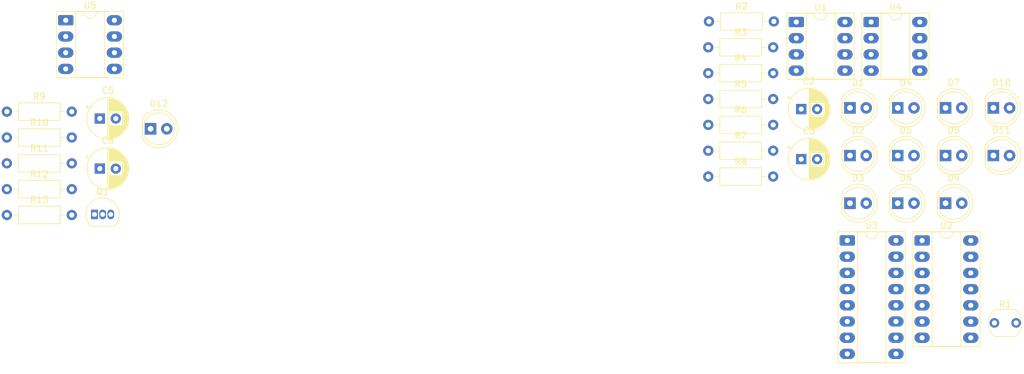
<source format=kicad_pcb>
(kicad_pcb (version 20241229) (generator "pcbnew") (generator_version "9.0")
  (layers (0 "F.Cu" signal) (2 "B.Cu" signal) (13 "F.Paste" user) (15 "B.Paste" user) (5 "F.SilkS" user "F.Silkscreen") (7 "B.SilkS" user "B.Silkscreen") (1 "F.Mask" user) (3 "B.Mask" user) (25 "Edge.Cuts" user))
  (net 0 "")
  (net 1 "Net-(U1-CV)")
  (net 2 "GND")
  (net 3 "Net-(U1-DIS)")
  (net 4 "Net-(U4-THR)")
  (net 5 "Net-(U4-CV)")
  (net 6 "Net-(MK1-+)")
  (net 7 "Net-(Q1-B)")
  (net 8 "Net-(U5-DIS)")
  (net 9 "Net-(U5-CV)")
  (net 10 "Net-(D1-A)")
  (net 11 "Net-(D2-A)")
  (net 12 "Net-(D10-K)")
  (net 13 "Net-(D3-A)")
  (net 14 "Net-(D4-A)")
  (net 15 "Net-(D5-A)")
  (net 16 "Net-(D6-A)")
  (net 17 "Net-(D7-A)")
  (net 18 "Net-(D8-A)")
  (net 19 "Net-(D9-A)")
  (net 20 "Net-(D10-A)")
  (net 21 "Net-(D11-A)")
  (net 22 "Net-(D12-A)")
  (net 23 "Net-(Q1-C)")
  (net 24 "Net-(U2A-+)")
  (net 25 "+9V")
  (net 26 "Net-(U1-TR)")
  (net 27 "Net-(U4-DIS)")
  (net 28 "Net-(U3-CKEN)")
  (net 29 "Net-(U5-Q)")
  (net 30 "Net-(U1-Q)")
  (net 31 "Net-(U2A--)")
  (net 33 "Net-(U3-CLK)")
  (footprint "LED_THT:LED_D5.0mm" (layer "F.Cu") (at 163.97 37.8)
    (property "Reference" "D4" (at 1.27 -3.96 0) (layer "F.SilkS"))
    (property "Value" "LED")
    (pad "1" thru_hole rect (at 0 0) (size 1.8 1.8) (drill 0.9) (layers "*.Cu" "*.Mask") (net 12 "Net-(D10-K)"))
    (pad "2" thru_hole circle (at 2.54 0) (size 1.8 1.8) (drill 0.9) (layers "*.Cu" "*.Mask") (net 14 "Net-(D4-A)"))
  )
  (footprint "LED_THT:LED_D5.0mm" (layer "F.Cu") (at 47.02 41.08)
    (property "Reference" "D12" (at 1.27 -3.96 0) (layer "F.SilkS"))
    (property "Value" "LED")
    (pad "1" thru_hole rect (at 0 0) (size 1.8 1.8) (drill 0.9) (layers "*.Cu" "*.Mask") (net 2 "GND"))
    (pad "2" thru_hole circle (at 2.54 0) (size 1.8 1.8) (drill 0.9) (layers "*.Cu" "*.Mask") (net 22 "Net-(D12-A)"))
  )
  (footprint "Resistor_THT:R_Axial_DIN0207_L6.3mm_D2.5mm_P10.16mm_Horizontal" (layer "F.Cu") (at 134.31 32.36)
    (property "Reference" "R4" (at 5.08 -2.37 0) (layer "F.SilkS"))
    (property "Value" "10k")
    (pad "1" thru_hole circle (at 0 0) (size 1.6 1.6) (drill 0.8) (layers "*.Cu" "*.Mask") (net 25 "+9V"))
    (pad "2" thru_hole oval (at 10.16 0) (size 1.6 1.6) (drill 0.8) (layers "*.Cu" "*.Mask") (net 3 "Net-(U1-DIS)"))
  )
  (footprint "Resistor_THT:R_Axial_DIN0207_L6.3mm_D2.5mm_P10.16mm_Horizontal" (layer "F.Cu") (at 24.53 38.39)
    (property "Reference" "R9" (at 5.08 -2.37 0) (layer "F.SilkS"))
    (property "Value" "10k")
    (pad "1" thru_hole circle (at 0 0) (size 1.6 1.6) (drill 0.8) (layers "*.Cu" "*.Mask") (net 25 "+9V"))
    (pad "2" thru_hole oval (at 10.16 0) (size 1.6 1.6) (drill 0.8) (layers "*.Cu" "*.Mask") (net 6 "Net-(MK1-+)"))
  )
  (footprint "Package_DIP:DIP-8_W7.62mm_Socket_LongPads" (layer "F.Cu") (at 159.8 24.34)
    (property "Reference" "U4" (at 3.81 -2.33 0) (layer "F.SilkS"))
    (property "Value" "555")
    (pad "1" thru_hole roundrect (at 0 0) (size 2.4 1.6) (drill 0.8) (layers "*.Cu" "*.Mask") (roundrect_rratio 0.15625) (net 2 "GND"))
    (pad "2" thru_hole oval (at 0 2.54) (size 2.4 1.6) (drill 0.8) (layers "*.Cu" "*.Mask") (net 4 "Net-(U4-THR)"))
    (pad "3" thru_hole oval (at 0 5.08) (size 2.4 1.6) (drill 0.8) (layers "*.Cu" "*.Mask") (net 33 "Net-(U3-CLK)"))
    (pad "4" thru_hole oval (at 0 7.62) (size 2.4 1.6) (drill 0.8) (layers "*.Cu" "*.Mask") (net 30 "Net-(U1-Q)"))
    (pad "5" thru_hole oval (at 7.62 7.62) (size 2.4 1.6) (drill 0.8) (layers "*.Cu" "*.Mask") (net 5 "Net-(U4-CV)"))
    (pad "6" thru_hole oval (at 7.62 5.08) (size 2.4 1.6) (drill 0.8) (layers "*.Cu" "*.Mask") (net 4 "Net-(U4-THR)"))
    (pad "7" thru_hole oval (at 7.62 2.54) (size 2.4 1.6) (drill 0.8) (layers "*.Cu" "*.Mask") (net 27 "Net-(U4-DIS)"))
    (pad "8" thru_hole oval (at 7.62 0) (size 2.4 1.6) (drill 0.8) (layers "*.Cu" "*.Mask") (net 25 "+9V"))
  )
  (footprint "OptoDevice:R_LDR_5.1x4.3mm_P3.4mm_Vertical" (layer "F.Cu") (at 179.1 71.5)
    (property "Reference" "R1" (at 1.7 -2.9 0) (layer "F.SilkS"))
    (property "Value" "R_Photo")
    (pad "1" thru_hole circle (at 0 0) (size 1.5 1.5) (drill 0.8) (layers "*.Cu" "*.Mask") (net 25 "+9V"))
    (pad "2" thru_hole circle (at 3.4 0) (size 1.5 1.5) (drill 0.8) (layers "*.Cu" "*.Mask") (net 24 "Net-(U2A-+)"))
  )
  (footprint "Resistor_THT:R_Axial_DIN0207_L6.3mm_D2.5mm_P10.16mm_Horizontal" (layer "F.Cu") (at 134.31 40.46)
    (property "Reference" "R6" (at 5.08 -2.37 0) (layer "F.SilkS"))
    (property "Value" "10k")
    (pad "1" thru_hole circle (at 0 0) (size 1.6 1.6) (drill 0.8) (layers "*.Cu" "*.Mask") (net 27 "Net-(U4-DIS)"))
    (pad "2" thru_hole oval (at 10.16 0) (size 1.6 1.6) (drill 0.8) (layers "*.Cu" "*.Mask") (net 4 "Net-(U4-THR)"))
  )
  (footprint "Resistor_THT:R_Axial_DIN0207_L6.3mm_D2.5mm_P10.16mm_Horizontal" (layer "F.Cu") (at 24.53 46.49)
    (property "Reference" "R11" (at 5.08 -2.37 0) (layer "F.SilkS"))
    (property "Value" "10k")
    (pad "1" thru_hole circle (at 0 0) (size 1.6 1.6) (drill 0.8) (layers "*.Cu" "*.Mask") (net 25 "+9V"))
    (pad "2" thru_hole oval (at 10.16 0) (size 1.6 1.6) (drill 0.8) (layers "*.Cu" "*.Mask") (net 23 "Net-(Q1-C)"))
  )
  (footprint "LED_THT:LED_D5.0mm" (layer "F.Cu") (at 156.49 37.8)
    (property "Reference" "D1" (at 1.27 -3.96 0) (layer "F.SilkS"))
    (property "Value" "LED")
    (pad "1" thru_hole rect (at 0 0) (size 1.8 1.8) (drill 0.9) (layers "*.Cu" "*.Mask") (net 2 "GND"))
    (pad "2" thru_hole circle (at 2.54 0) (size 1.8 1.8) (drill 0.9) (layers "*.Cu" "*.Mask") (net 10 "Net-(D1-A)"))
  )
  (footprint "Resistor_THT:R_Axial_DIN0207_L6.3mm_D2.5mm_P10.16mm_Horizontal" (layer "F.Cu") (at 24.53 54.59)
    (property "Reference" "R13" (at 5.08 -2.37 0) (layer "F.SilkS"))
    (property "Value" "1k")
    (pad "1" thru_hole circle (at 0 0) (size 1.6 1.6) (drill 0.8) (layers "*.Cu" "*.Mask") (net 29 "Net-(U5-Q)"))
    (pad "2" thru_hole oval (at 10.16 0) (size 1.6 1.6) (drill 0.8) (layers "*.Cu" "*.Mask") (net 22 "Net-(D12-A)"))
  )
  (footprint "LED_THT:LED_D5.0mm" (layer "F.Cu") (at 156.49 52.74)
    (property "Reference" "D3" (at 1.27 -3.96 0) (layer "F.SilkS"))
    (property "Value" "LED")
    (pad "1" thru_hole rect (at 0 0) (size 1.8 1.8) (drill 0.9) (layers "*.Cu" "*.Mask") (net 12 "Net-(D10-K)"))
    (pad "2" thru_hole circle (at 2.54 0) (size 1.8 1.8) (drill 0.9) (layers "*.Cu" "*.Mask") (net 13 "Net-(D3-A)"))
  )
  (footprint "Capacitor_THT:CP_Radial_D6.3mm_P2.50mm" (layer "F.Cu") (at 39.075241 39.47)
    (property "Reference" "C5" (at 1.25 -4.4 0) (layer "F.SilkS"))
    (property "Value" "1u")
    (pad "1" thru_hole rect (at 0 0) (size 1.6 1.6) (drill 0.8) (layers "*.Cu" "*.Mask") (net 6 "Net-(MK1-+)"))
    (pad "2" thru_hole circle (at 2.5 0) (size 1.6 1.6) (drill 0.8) (layers "*.Cu" "*.Mask") (net 7 "Net-(Q1-B)"))
  )
  (footprint "Package_DIP:DIP-8_W7.62mm_Socket_LongPads" (layer "F.Cu") (at 148.09 24.34)
    (property "Reference" "U1" (at 3.81 -2.33 0) (layer "F.SilkS"))
    (property "Value" "555")
    (pad "1" thru_hole roundrect (at 0 0) (size 2.4 1.6) (drill 0.8) (layers "*.Cu" "*.Mask") (roundrect_rratio 0.15625) (net 2 "GND"))
    (pad "2" thru_hole oval (at 0 2.54) (size 2.4 1.6) (drill 0.8) (layers "*.Cu" "*.Mask") (net 26 "Net-(U1-TR)"))
    (pad "3" thru_hole oval (at 0 5.08) (size 2.4 1.6) (drill 0.8) (layers "*.Cu" "*.Mask") (net 30 "Net-(U1-Q)"))
    (pad "4" thru_hole oval (at 0 7.62) (size 2.4 1.6) (drill 0.8) (layers "*.Cu" "*.Mask") (net 25 "+9V"))
    (pad "5" thru_hole oval (at 7.62 7.62) (size 2.4 1.6) (drill 0.8) (layers "*.Cu" "*.Mask") (net 1 "Net-(U1-CV)"))
    (pad "6" thru_hole oval (at 7.62 5.08) (size 2.4 1.6) (drill 0.8) (layers "*.Cu" "*.Mask") (net 3 "Net-(U1-DIS)"))
    (pad "7" thru_hole oval (at 7.62 2.54) (size 2.4 1.6) (drill 0.8) (layers "*.Cu" "*.Mask") (net 3 "Net-(U1-DIS)"))
    (pad "8" thru_hole oval (at 7.62 0) (size 2.4 1.6) (drill 0.8) (layers "*.Cu" "*.Mask") (net 25 "+9V"))
  )
  (footprint "LED_THT:LED_D5.0mm" (layer "F.Cu") (at 171.45 45.27)
    (property "Reference" "D8" (at 1.27 -3.96 0) (layer "F.SilkS"))
    (property "Value" "LED")
    (pad "1" thru_hole rect (at 0 0) (size 1.8 1.8) (drill 0.9) (layers "*.Cu" "*.Mask") (net 12 "Net-(D10-K)"))
    (pad "2" thru_hole circle (at 2.54 0) (size 1.8 1.8) (drill 0.9) (layers "*.Cu" "*.Mask") (net 18 "Net-(D8-A)"))
  )
  (footprint "Resistor_THT:R_Axial_DIN0207_L6.3mm_D2.5mm_P10.16mm_Horizontal" (layer "F.Cu") (at 134.31 36.41)
    (property "Reference" "R5" (at 5.08 -2.37 0) (layer "F.SilkS"))
    (property "Value" "10k")
    (pad "1" thru_hole circle (at 0 0) (size 1.6 1.6) (drill 0.8) (layers "*.Cu" "*.Mask") (net 25 "+9V"))
    (pad "2" thru_hole oval (at 10.16 0) (size 1.6 1.6) (drill 0.8) (layers "*.Cu" "*.Mask") (net 27 "Net-(U4-DIS)"))
  )
  (footprint "Resistor_THT:R_Axial_DIN0207_L6.3mm_D2.5mm_P10.16mm_Horizontal" (layer "F.Cu") (at 134.31 28.31)
    (property "Reference" "R3" (at 5.08 -2.37 0) (layer "F.SilkS"))
    (property "Value" "1k")
    (pad "1" thru_hole circle (at 0 0) (size 1.6 1.6) (drill 0.8) (layers "*.Cu" "*.Mask") (net 26 "Net-(U1-TR)"))
    (pad "2" thru_hole oval (at 10.16 0) (size 1.6 1.6) (drill 0.8) (layers "*.Cu" "*.Mask") (net 10 "Net-(D1-A)"))
  )
  (footprint "LED_THT:LED_D5.0mm" (layer "F.Cu") (at 178.93 37.8)
    (property "Reference" "D10" (at 1.27 -3.96 0) (layer "F.SilkS"))
    (property "Value" "LED")
    (pad "1" thru_hole rect (at 0 0) (size 1.8 1.8) (drill 0.9) (layers "*.Cu" "*.Mask") (net 12 "Net-(D10-K)"))
    (pad "2" thru_hole circle (at 2.54 0) (size 1.8 1.8) (drill 0.9) (layers "*.Cu" "*.Mask") (net 20 "Net-(D10-A)"))
  )
  (footprint "Capacitor_THT:CP_Radial_D6.3mm_P2.50mm" (layer "F.Cu") (at 148.855241 37.99)
    (property "Reference" "C2" (at 1.25 -4.4 0) (layer "F.SilkS"))
    (property "Value" "100u")
    (pad "1" thru_hole rect (at 0 0) (size 1.6 1.6) (drill 0.8) (layers "*.Cu" "*.Mask") (net 3 "Net-(U1-DIS)"))
    (pad "2" thru_hole circle (at 2.5 0) (size 1.6 1.6) (drill 0.8) (layers "*.Cu" "*.Mask") (net 2 "GND"))
  )
  (footprint "Package_DIP:DIP-14_W7.62mm_Socket_LongPads" (layer "F.Cu") (at 167.78 58.59)
    (property "Reference" "U2" (at 3.81 -2.33 0) (layer "F.SilkS"))
    (property "Value" "LM324")
    (pad "1" thru_hole roundrect (at 0 0) (size 2.4 1.6) (drill 0.8) (layers "*.Cu" "*.Mask") (roundrect_rratio 0.15625) (net 26 "Net-(U1-TR)"))
    (pad "2" thru_hole oval (at 0 2.54) (size 2.4 1.6) (drill 0.8) (layers "*.Cu" "*.Mask") (net 31 "Net-(U2A--)"))
    (pad "3" thru_hole oval (at 0 5.08) (size 2.4 1.6) (drill 0.8) (layers "*.Cu" "*.Mask") (net 24 "Net-(U2A-+)"))
    (pad "4" thru_hole oval (at 0 7.62) (size 2.4 1.6) (drill 0.8) (layers "*.Cu" "*.Mask"))
    (pad "5" thru_hole oval (at 0 10.16) (size 2.4 1.6) (drill 0.8) (layers "*.Cu" "*.Mask"))
    (pad "6" thru_hole oval (at 0 12.7) (size 2.4 1.6) (drill 0.8) (layers "*.Cu" "*.Mask"))
    (pad "7" thru_hole oval (at 0 15.24) (size 2.4 1.6) (drill 0.8) (layers "*.Cu" "*.Mask"))
    (pad "8" thru_hole oval (at 7.62 15.24) (size 2.4 1.6) (drill 0.8) (layers "*.Cu" "*.Mask"))
    (pad "9" thru_hole oval (at 7.62 12.7) (size 2.4 1.6) (drill 0.8) (layers "*.Cu" "*.Mask"))
    (pad "10" thru_hole oval (at 7.62 10.16) (size 2.4 1.6) (drill 0.8) (layers "*.Cu" "*.Mask"))
    (pad "11" thru_hole oval (at 7.62 7.62) (size 2.4 1.6) (drill 0.8) (layers "*.Cu" "*.Mask"))
    (pad "12" thru_hole oval (at 7.62 5.08) (size 2.4 1.6) (drill 0.8) (layers "*.Cu" "*.Mask"))
    (pad "13" thru_hole oval (at 7.62 2.54) (size 2.4 1.6) (drill 0.8) (layers "*.Cu" "*.Mask"))
    (pad "14" thru_hole oval (at 7.62 0) (size 2.4 1.6) (drill 0.8) (layers "*.Cu" "*.Mask"))
  )
  (footprint "LED_THT:LED_D5.0mm" (layer "F.Cu") (at 156.49 45.27)
    (property "Reference" "D2" (at 1.27 -3.96 0) (layer "F.SilkS"))
    (property "Value" "LED")
    (pad "1" thru_hole rect (at 0 0) (size 1.8 1.8) (drill 0.9) (layers "*.Cu" "*.Mask") (net 12 "Net-(D10-K)"))
    (pad "2" thru_hole circle (at 2.54 0) (size 1.8 1.8) (drill 0.9) (layers "*.Cu" "*.Mask") (net 11 "Net-(D2-A)"))
  )
  (footprint "Package_TO_SOT_THT:TO-92_Inline" (layer "F.Cu") (at 38.25 54.5)
    (property "Reference" "Q1" (at 1.27 -3.56 0) (layer "F.SilkS"))
    (property "Value" "PN2222A")
    (pad "1" thru_hole rect (at 0 0) (size 1.05 1.5) (drill 0.75) (layers "*.Cu" "*.Mask") (net 2 "GND"))
    (pad "2" thru_hole oval (at 1.27 0) (size 1.05 1.5) (drill 0.75) (layers "*.Cu" "*.Mask") (net 7 "Net-(Q1-B)"))
    (pad "3" thru_hole oval (at 2.54 0) (size 1.05 1.5) (drill 0.75) (layers "*.Cu" "*.Mask") (net 23 "Net-(Q1-C)"))
  )
  (footprint "LED_THT:LED_D5.0mm" (layer "F.Cu") (at 163.97 45.27)
    (property "Reference" "D5" (at 1.27 -3.96 0) (layer "F.SilkS"))
    (property "Value" "LED")
    (pad "1" thru_hole rect (at 0 0) (size 1.8 1.8) (drill 0.9) (layers "*.Cu" "*.Mask") (net 12 "Net-(D10-K)"))
    (pad "2" thru_hole circle (at 2.54 0) (size 1.8 1.8) (drill 0.9) (layers "*.Cu" "*.Mask") (net 15 "Net-(D5-A)"))
  )
  (footprint "Capacitor_THT:CP_Radial_D6.3mm_P2.50mm" (layer "F.Cu") (at 39.075241 47.32)
    (property "Reference" "C6" (at 1.25 -4.4 0) (layer "F.SilkS"))
    (property "Value" "1u")
    (pad "1" thru_hole rect (at 0 0) (size 1.6 1.6) (drill 0.8) (layers "*.Cu" "*.Mask") (net 8 "Net-(U5-DIS)"))
    (pad "2" thru_hole circle (at 2.5 0) (size 1.6 1.6) (drill 0.8) (layers "*.Cu" "*.Mask") (net 2 "GND"))
  )
  (footprint "LED_THT:LED_D5.0mm" (layer "F.Cu") (at 178.93 45.27)
    (property "Reference" "D11" (at 1.27 -3.96 0) (layer "F.SilkS"))
    (property "Value" "LED")
    (pad "1" thru_hole rect (at 0 0) (size 1.8 1.8) (drill 0.9) (layers "*.Cu" "*.Mask") (net 12 "Net-(D10-K)"))
    (pad "2" thru_hole circle (at 2.54 0) (size 1.8 1.8) (drill 0.9) (layers "*.Cu" "*.Mask") (net 21 "Net-(D11-A)"))
  )
  (footprint "Resistor_THT:R_Axial_DIN0207_L6.3mm_D2.5mm_P10.16mm_Horizontal" (layer "F.Cu") (at 134.42 24.25)
    (property "Reference" "R2" (at 5.08 -2.37 0) (layer "F.SilkS"))
    (property "Value" "10k")
    (pad "1" thru_hole circle (at 0 0) (size 1.6 1.6) (drill 0.8) (layers "*.Cu" "*.Mask") (net 2 "GND"))
    (pad "2" thru_hole oval (at 10.16 0) (size 1.6 1.6) (drill 0.8) (layers "*.Cu" "*.Mask") (net 24 "Net-(U2A-+)"))
  )
  (footprint "Resistor_THT:R_Axial_DIN0207_L6.3mm_D2.5mm_P10.16mm_Horizontal" (layer "F.Cu") (at 134.31 48.56)
    (property "Reference" "R8" (at 5.08 -2.37 0) (layer "F.SilkS"))
    (property "Value" "1k")
    (pad "1" thru_hole circle (at 0 0) (size 1.6 1.6) (drill 0.8) (layers "*.Cu" "*.Mask") (net 12 "Net-(D10-K)"))
    (pad "2" thru_hole oval (at 10.16 0) (size 1.6 1.6) (drill 0.8) (layers "*.Cu" "*.Mask") (net 2 "GND"))
  )
  (footprint "Resistor_THT:R_Axial_DIN0207_L6.3mm_D2.5mm_P10.16mm_Horizontal" (layer "F.Cu") (at 24.53 42.44)
    (property "Reference" "R10" (at 5.08 -2.37 0) (layer "F.SilkS"))
    (property "Value" "1k")
    (pad "1" thru_hole circle (at 0 0) (size 1.6 1.6) (drill 0.8) (layers "*.Cu" "*.Mask") (net 25 "+9V"))
    (pad "2" thru_hole oval (at 10.16 0) (size 1.6 1.6) (drill 0.8) (layers "*.Cu" "*.Mask") (net 23 "Net-(Q1-C)"))
  )
  (footprint "LED_THT:LED_D5.0mm" (layer "F.Cu") (at 171.45 37.8)
    (property "Reference" "D7" (at 1.27 -3.96 0) (layer "F.SilkS"))
    (property "Value" "LED")
    (pad "1" thru_hole rect (at 0 0) (size 1.8 1.8) (drill 0.9) (layers "*.Cu" "*.Mask") (net 12 "Net-(D10-K)"))
    (pad "2" thru_hole circle (at 2.54 0) (size 1.8 1.8) (drill 0.9) (layers "*.Cu" "*.Mask") (net 17 "Net-(D7-A)"))
  )
  (footprint "Package_DIP:DIP-16_W7.62mm_Socket_LongPads" (layer "F.Cu") (at 156.07 58.58)
    (property "Reference" "U3" (at 3.81 -2.33 0) (layer "F.SilkS"))
    (property "Value" "4017")
    (pad "1" thru_hole roundrect (at 0 0) (size 2.4 1.6) (drill 0.8) (layers "*.Cu" "*.Mask") (roundrect_rratio 0.15625) (net 20 "Net-(D10-A)"))
    (pad "2" thru_hole oval (at 0 2.54) (size 2.4 1.6) (drill 0.8) (layers "*.Cu" "*.Mask") (net 17 "Net-(D7-A)"))
    (pad "3" thru_hole oval (at 0 5.08) (size 2.4 1.6) (drill 0.8) (layers "*.Cu" "*.Mask") (net 13 "Net-(D3-A)"))
    (pad "4" thru_hole oval (at 0 7.62) (size 2.4 1.6) (drill 0.8) (layers "*.Cu" "*.Mask") (net 15 "Net-(D5-A)"))
    (pad "5" thru_hole oval (at 0 10.16) (size 2.4 1.6) (drill 0.8) (layers "*.Cu" "*.Mask") (net 11 "Net-(D2-A)"))
    (pad "6" thru_hole oval (at 0 12.7) (size 2.4 1.6) (drill 0.8) (layers "*.Cu" "*.Mask") (net 21 "Net-(D11-A)"))
    (pad "7" thru_hole oval (at 0 15.24) (size 2.4 1.6) (drill 0.8) (layers "*.Cu" "*.Mask") (net 18 "Net-(D8-A)"))
    (pad "8" thru_hole oval (at 0 17.78) (size 2.4 1.6) (drill 0.8) (layers "*.Cu" "*.Mask") (net 2 "GND"))
    (pad "9" thru_hole oval (at 7.62 17.78) (size 2.4 1.6) (drill 0.8) (layers "*.Cu" "*.Mask") (net 14 "Net-(D4-A)"))
    (pad "10" thru_hole oval (at 7.62 15.24) (size 2.4 1.6) (drill 0.8) (layers "*.Cu" "*.Mask") (net 16 "Net-(D6-A)"))
    (pad "11" thru_hole oval (at 7.62 12.7) (size 2.4 1.6) (drill 0.8) (layers "*.Cu" "*.Mask") (net 19 "Net-(D9-A)"))
    (pad "12" thru_hole oval (at 7.62 10.16) (size 2.4 1.6) (drill 0.8) (layers "*.Cu" "*.Mask"))
    (pad "13" thru_hole oval (at 7.62 7.62) (size 2.4 1.6) (drill 0.8) (layers "*.Cu" "*.Mask") (net 28 "Net-(U3-CKEN)"))
    (pad "14" thru_hole oval (at 7.62 5.08) (size 2.4 1.6) (drill 0.8) (layers "*.Cu" "*.Mask") (net 33 "Net-(U3-CLK)"))
    (pad "15" thru_hole oval (at 7.62 2.54) (size 2.4 1.6) (drill 0.8) (layers "*.Cu" "*.Mask") (net 2 "GND"))
    (pad "16" thru_hole oval (at 7.62 0) (size 2.4 1.6) (drill 0.8) (layers "*.Cu" "*.Mask") (net 25 "+9V"))
  )
  (footprint "Package_DIP:DIP-8_W7.62mm_Socket_LongPads" (layer "F.Cu") (at 33.74 24.07)
    (property "Reference" "U5" (at 3.81 -2.33 0) (layer "F.SilkS"))
    (property "Value" "555")
    (pad "1" thru_hole roundrect (at 0 0) (size 2.4 1.6) (drill 0.8) (layers "*.Cu" "*.Mask") (roundrect_rratio 0.15625) (net 2 "GND"))
    (pad "2" thru_hole oval (at 0 2.54) (size 2.4 1.6) (drill 0.8) (layers "*.Cu" "*.Mask") (net 23 "Net-(Q1-C)"))
    (pad "3" thru_hole oval (at 0 5.08) (size 2.4 1.6) (drill 0.8) (layers "*.Cu" "*.Mask") (net 29 "Net-(U5-Q)"))
    (pad "4" thru_hole oval (at 0 7.62) (size 2.4 1.6) (drill 0.8) (layers "*.Cu" "*.Mask") (net 25 "+9V"))
    (pad "5" thru_hole oval (at 7.62 7.62) (size 2.4 1.6) (drill 0.8) (layers "*.Cu" "*.Mask") (net 9 "Net-(U5-CV)"))
    (pad "6" thru_hole oval (at 7.62 5.08) (size 2.4 1.6) (drill 0.8) (layers "*.Cu" "*.Mask") (net 8 "Net-(U5-DIS)"))
    (pad "7" thru_hole oval (at 7.62 2.54) (size 2.4 1.6) (drill 0.8) (layers "*.Cu" "*.Mask") (net 8 "Net-(U5-DIS)"))
    (pad "8" thru_hole oval (at 7.62 0) (size 2.4 1.6) (drill 0.8) (layers "*.Cu" "*.Mask") (net 25 "+9V"))
  )
  (footprint "Resistor_THT:R_Axial_DIN0207_L6.3mm_D2.5mm_P10.16mm_Horizontal" (layer "F.Cu") (at 24.53 50.54)
    (property "Reference" "R12" (at 5.08 -2.37 0) (layer "F.SilkS"))
    (property "Value" "10k")
    (pad "1" thru_hole circle (at 0 0) (size 1.6 1.6) (drill 0.8) (layers "*.Cu" "*.Mask") (net 25 "+9V"))
    (pad "2" thru_hole oval (at 10.16 0) (size 1.6 1.6) (drill 0.8) (layers "*.Cu" "*.Mask") (net 8 "Net-(U5-DIS)"))
  )
  (footprint "Resistor_THT:R_Axial_DIN0207_L6.3mm_D2.5mm_P10.16mm_Horizontal" (layer "F.Cu") (at 134.31 44.51)
    (property "Reference" "R7" (at 5.08 -2.37 0) (layer "F.SilkS"))
    (property "Value" "100k")
    (pad "1" thru_hole circle (at 0 0) (size 1.6 1.6) (drill 0.8) (layers "*.Cu" "*.Mask") (net 28 "Net-(U3-CKEN)"))
    (pad "2" thru_hole oval (at 10.16 0) (size 1.6 1.6) (drill 0.8) (layers "*.Cu" "*.Mask") (net 2 "GND"))
  )
  (footprint "LED_THT:LED_D5.0mm" (layer "F.Cu") (at 171.45 52.74)
    (property "Reference" "D9" (at 1.27 -3.96 0) (layer "F.SilkS"))
    (property "Value" "LED")
    (pad "1" thru_hole rect (at 0 0) (size 1.8 1.8) (drill 0.9) (layers "*.Cu" "*.Mask") (net 12 "Net-(D10-K)"))
    (pad "2" thru_hole circle (at 2.54 0) (size 1.8 1.8) (drill 0.9) (layers "*.Cu" "*.Mask") (net 19 "Net-(D9-A)"))
  )
  (footprint "LED_THT:LED_D5.0mm" (layer "F.Cu") (at 163.97 52.74)
    (property "Reference" "D6" (at 1.27 -3.96 0) (layer "F.SilkS"))
    (property "Value" "LED")
    (pad "1" thru_hole rect (at 0 0) (size 1.8 1.8) (drill 0.9) (layers "*.Cu" "*.Mask") (net 12 "Net-(D10-K)"))
    (pad "2" thru_hole circle (at 2.54 0) (size 1.8 1.8) (drill 0.9) (layers "*.Cu" "*.Mask") (net 16 "Net-(D6-A)"))
  )
  (footprint "Capacitor_THT:CP_Radial_D6.3mm_P2.50mm" (layer "F.Cu") (at 148.855241 45.84)
    (property "Reference" "C3" (at 1.25 -4.4 0) (layer "F.SilkS"))
    (property "Value" "1u")
    (pad "1" thru_hole rect (at 0 0) (size 1.6 1.6) (drill 0.8) (layers "*.Cu" "*.Mask") (net 4 "Net-(U4-THR)"))
    (pad "2" thru_hole circle (at 2.5 0) (size 1.6 1.6) (drill 0.8) (layers "*.Cu" "*.Mask") (net 2 "GND"))
  )
)
</source>
